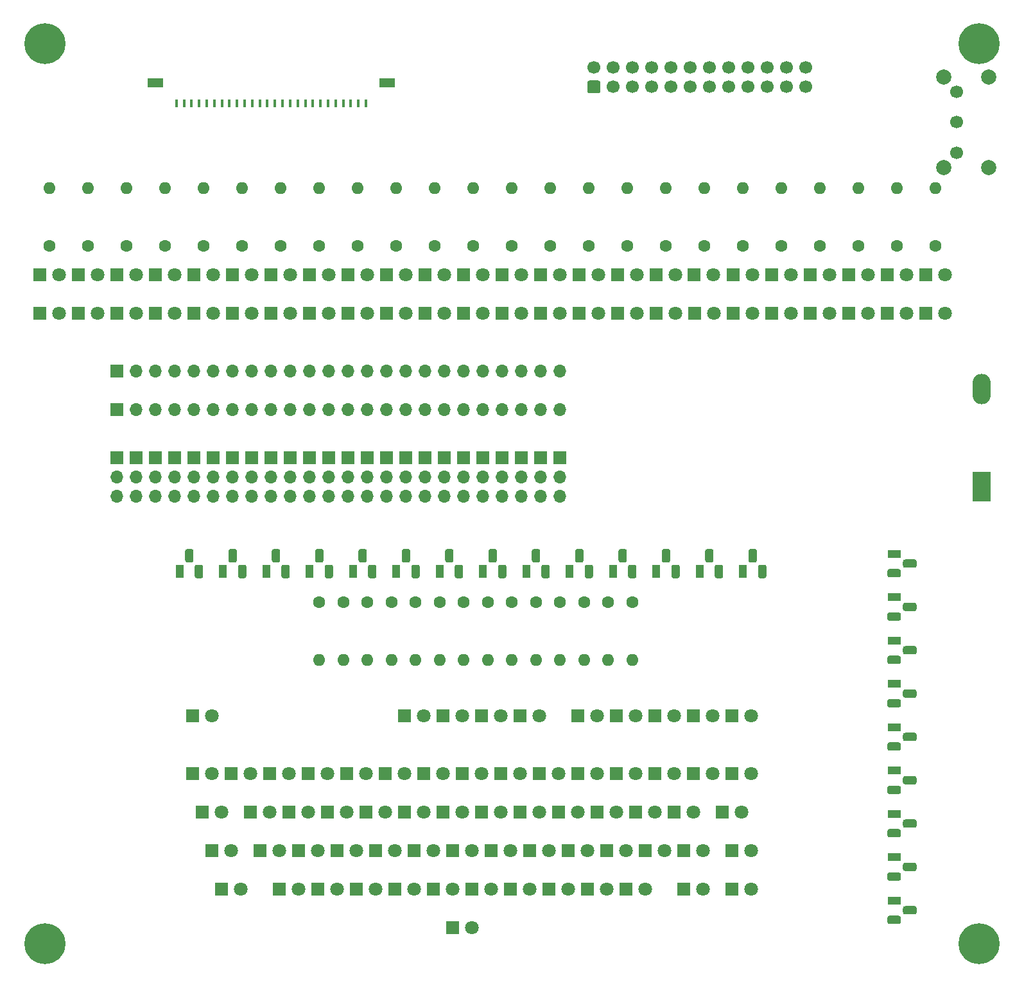
<source format=gts>
G04 #@! TF.GenerationSoftware,KiCad,Pcbnew,(5.1.10)-1*
G04 #@! TF.CreationDate,2021-11-09T17:57:51-08:00*
G04 #@! TF.ProjectId,AtariKeyboardTester,41746172-694b-4657-9962-6f6172645465,A*
G04 #@! TF.SameCoordinates,Original*
G04 #@! TF.FileFunction,Soldermask,Top*
G04 #@! TF.FilePolarity,Negative*
%FSLAX46Y46*%
G04 Gerber Fmt 4.6, Leading zero omitted, Abs format (unit mm)*
G04 Created by KiCad (PCBNEW (5.1.10)-1) date 2021-11-09 17:57:51*
%MOMM*%
%LPD*%
G01*
G04 APERTURE LIST*
%ADD10C,1.800000*%
%ADD11R,1.800000X1.800000*%
%ADD12O,2.410000X4.020000*%
%ADD13R,2.410000X4.020000*%
%ADD14C,1.700000*%
%ADD15C,2.000000*%
%ADD16O,1.700000X1.700000*%
%ADD17R,1.700000X1.700000*%
%ADD18C,1.600000*%
%ADD19O,1.600000X1.600000*%
%ADD20C,5.400000*%
%ADD21R,1.800000X1.100000*%
%ADD22R,1.100000X1.800000*%
%ADD23R,0.400000X1.000000*%
%ADD24R,2.000000X1.300000*%
G04 APERTURE END LIST*
D10*
X116674900Y-112786160D03*
D11*
X114134900Y-112786160D03*
D10*
X142240000Y-59690000D03*
D11*
X139700000Y-59690000D03*
D10*
X137160000Y-59690000D03*
D11*
X134620000Y-59690000D03*
D10*
X132080000Y-59690000D03*
D11*
X129540000Y-59690000D03*
D10*
X127000000Y-59690000D03*
D11*
X124460000Y-59690000D03*
D10*
X121920000Y-59690000D03*
D11*
X119380000Y-59690000D03*
D10*
X116840000Y-59690000D03*
D11*
X114300000Y-59690000D03*
D10*
X111760000Y-59690000D03*
D11*
X109220000Y-59690000D03*
D10*
X106680000Y-59690000D03*
D11*
X104140000Y-59690000D03*
D10*
X101600000Y-59690000D03*
D11*
X99060000Y-59690000D03*
D10*
X96520000Y-59690000D03*
D11*
X93980000Y-59690000D03*
D10*
X91440000Y-59690000D03*
D11*
X88900000Y-59690000D03*
D10*
X86360000Y-59690000D03*
D11*
X83820000Y-59690000D03*
D10*
X81280000Y-59690000D03*
D11*
X78740000Y-59690000D03*
D10*
X76200000Y-59690000D03*
D11*
X73660000Y-59690000D03*
D10*
X71120000Y-59690000D03*
D11*
X68580000Y-59690000D03*
D10*
X66040000Y-59690000D03*
D11*
X63500000Y-59690000D03*
D10*
X60960000Y-59690000D03*
D11*
X58420000Y-59690000D03*
D10*
X55880000Y-59690000D03*
D11*
X53340000Y-59690000D03*
D10*
X50800000Y-59690000D03*
D11*
X48260000Y-59690000D03*
D10*
X45720000Y-59690000D03*
D11*
X43180000Y-59690000D03*
D10*
X40640000Y-59690000D03*
D11*
X38100000Y-59690000D03*
D10*
X35560000Y-59690000D03*
D11*
X33020000Y-59690000D03*
D10*
X30480000Y-59690000D03*
D11*
X27940000Y-59690000D03*
D10*
X25400000Y-59690000D03*
D11*
X22860000Y-59690000D03*
D10*
X142240000Y-54610000D03*
D11*
X139700000Y-54610000D03*
D10*
X137160000Y-54610000D03*
D11*
X134620000Y-54610000D03*
D10*
X132080000Y-54610000D03*
D11*
X129540000Y-54610000D03*
D10*
X127000000Y-54610000D03*
D11*
X124460000Y-54610000D03*
D10*
X121920000Y-54610000D03*
D11*
X119380000Y-54610000D03*
D10*
X116840000Y-54610000D03*
D11*
X114300000Y-54610000D03*
D10*
X111680000Y-54610000D03*
D11*
X109140000Y-54610000D03*
D10*
X106680000Y-54610000D03*
D11*
X104140000Y-54610000D03*
D10*
X101600000Y-54610000D03*
D11*
X99060000Y-54610000D03*
D10*
X96520000Y-54610000D03*
D11*
X93980000Y-54610000D03*
D10*
X91440000Y-54610000D03*
D11*
X88900000Y-54610000D03*
D10*
X86360000Y-54610000D03*
D11*
X83820000Y-54610000D03*
D10*
X81280000Y-54610000D03*
D11*
X78740000Y-54610000D03*
D10*
X76200000Y-54610000D03*
D11*
X73660000Y-54610000D03*
D10*
X71120000Y-54610000D03*
D11*
X68580000Y-54610000D03*
D10*
X66040000Y-54610000D03*
D11*
X63500000Y-54610000D03*
D10*
X60960000Y-54610000D03*
D11*
X58420000Y-54610000D03*
D10*
X55880000Y-54610000D03*
D11*
X53340000Y-54610000D03*
D10*
X50800000Y-54610000D03*
D11*
X48260000Y-54610000D03*
D10*
X45720000Y-54610000D03*
D11*
X43180000Y-54610000D03*
D10*
X40640000Y-54610000D03*
D11*
X38100000Y-54610000D03*
D10*
X35560000Y-54610000D03*
D11*
X33020000Y-54610000D03*
D10*
X30480000Y-54610000D03*
D11*
X27940000Y-54610000D03*
D10*
X25400000Y-54610000D03*
D11*
X22860000Y-54610000D03*
D10*
X116674900Y-120406160D03*
D11*
X114134900Y-120406160D03*
D10*
X111594900Y-112786160D03*
D11*
X109054900Y-112786160D03*
D10*
X116674900Y-135646160D03*
D11*
X114134900Y-135646160D03*
D10*
X116674900Y-130566160D03*
D11*
X114134900Y-130566160D03*
D10*
X115404900Y-125486160D03*
D11*
X112864900Y-125486160D03*
D10*
X111594900Y-120406160D03*
D11*
X109054900Y-120406160D03*
D10*
X110324900Y-130566160D03*
D11*
X107784900Y-130566160D03*
D10*
X110324900Y-135646160D03*
D11*
X107784900Y-135646160D03*
D10*
X109054900Y-125486160D03*
D11*
X106514900Y-125486160D03*
D10*
X106514900Y-112786160D03*
D11*
X103974900Y-112786160D03*
D10*
X106514900Y-120406160D03*
D11*
X103974900Y-120406160D03*
D10*
X105244900Y-130566160D03*
D11*
X102704900Y-130566160D03*
D10*
X103974900Y-125486160D03*
D11*
X101434900Y-125486160D03*
D10*
X102704900Y-135646160D03*
D11*
X100164900Y-135646160D03*
D10*
X101434900Y-120406160D03*
D11*
X98894900Y-120406160D03*
D10*
X101434900Y-112786160D03*
D11*
X98894900Y-112786160D03*
D10*
X100164900Y-130566160D03*
D11*
X97624900Y-130566160D03*
D10*
X98894900Y-125486160D03*
D11*
X96354900Y-125486160D03*
D10*
X97624900Y-135646160D03*
D11*
X95084900Y-135646160D03*
D10*
X96354900Y-120406160D03*
D11*
X93814900Y-120406160D03*
D10*
X95084900Y-130566160D03*
D11*
X92544900Y-130566160D03*
D10*
X93814900Y-125486160D03*
D11*
X91274900Y-125486160D03*
D10*
X96354900Y-112786160D03*
D11*
X93814900Y-112786160D03*
D10*
X92544900Y-135646160D03*
D11*
X90004900Y-135646160D03*
D10*
X91274900Y-120406160D03*
D11*
X88734900Y-120406160D03*
D10*
X90004900Y-130566160D03*
D11*
X87464900Y-130566160D03*
D10*
X88734900Y-125486160D03*
D11*
X86194900Y-125486160D03*
D10*
X87464900Y-135646160D03*
D11*
X84924900Y-135646160D03*
D10*
X86194900Y-120406160D03*
D11*
X83654900Y-120406160D03*
D10*
X88734900Y-112786160D03*
D11*
X86194900Y-112786160D03*
D10*
X84924900Y-130566160D03*
D11*
X82384900Y-130566160D03*
D10*
X83654900Y-125486160D03*
D11*
X81114900Y-125486160D03*
D10*
X82384900Y-135646160D03*
D11*
X79844900Y-135646160D03*
D10*
X79844900Y-140726160D03*
D11*
X77304900Y-140726160D03*
D10*
X81114900Y-120406160D03*
D11*
X78574900Y-120406160D03*
D10*
X79844900Y-130566160D03*
D11*
X77304900Y-130566160D03*
D10*
X78574900Y-125486160D03*
D11*
X76034900Y-125486160D03*
D10*
X83654900Y-112786160D03*
D11*
X81114900Y-112786160D03*
D10*
X77304900Y-135646160D03*
D11*
X74764900Y-135646160D03*
D10*
X76034900Y-120406160D03*
D11*
X73494900Y-120406160D03*
D10*
X74764900Y-130566160D03*
D11*
X72224900Y-130566160D03*
D10*
X73494900Y-125486160D03*
D11*
X70954900Y-125486160D03*
D10*
X72224900Y-135646160D03*
D11*
X69684900Y-135646160D03*
D10*
X70954900Y-120406160D03*
D11*
X68414900Y-120406160D03*
D10*
X78574900Y-112786160D03*
D11*
X76034900Y-112786160D03*
D10*
X69684900Y-130566160D03*
D11*
X67144900Y-130566160D03*
D10*
X68414900Y-125486160D03*
D11*
X65874900Y-125486160D03*
D10*
X67144900Y-135646160D03*
D11*
X64604900Y-135646160D03*
D10*
X65874900Y-120406160D03*
D11*
X63334900Y-120406160D03*
D10*
X64604900Y-130566160D03*
D11*
X62064900Y-130566160D03*
D10*
X63334900Y-125486160D03*
D11*
X60794900Y-125486160D03*
D10*
X73494900Y-112786160D03*
D11*
X70954900Y-112786160D03*
D10*
X62064900Y-135646160D03*
D11*
X59524900Y-135646160D03*
D10*
X60794900Y-120406160D03*
D11*
X58254900Y-120406160D03*
D10*
X59524900Y-130566160D03*
D11*
X56984900Y-130566160D03*
D10*
X58254900Y-125486160D03*
D11*
X55714900Y-125486160D03*
D10*
X56984900Y-135646160D03*
D11*
X54444900Y-135646160D03*
D10*
X55714900Y-120406160D03*
D11*
X53174900Y-120406160D03*
D10*
X54444900Y-130566160D03*
D11*
X51904900Y-130566160D03*
D10*
X53174900Y-125486160D03*
D11*
X50634900Y-125486160D03*
D10*
X50634900Y-120406160D03*
D11*
X48094900Y-120406160D03*
D10*
X49364900Y-135646160D03*
D11*
X46824900Y-135646160D03*
D10*
X48094900Y-130566160D03*
D11*
X45554900Y-130566160D03*
D10*
X46824900Y-125486160D03*
D11*
X44284900Y-125486160D03*
D10*
X45554900Y-120406160D03*
D11*
X43014900Y-120406160D03*
D10*
X45554900Y-112786160D03*
D11*
X43014900Y-112786160D03*
D12*
X147030000Y-69680000D03*
D13*
X147030000Y-82560000D03*
D14*
X143750000Y-30500000D03*
X143750000Y-34500000D03*
X143750000Y-38500000D03*
D15*
X148000000Y-40500000D03*
X148000000Y-28500000D03*
X142000000Y-28500000D03*
X142000000Y-40500000D03*
D16*
X33020000Y-83820000D03*
X33020000Y-81280000D03*
D17*
X33020000Y-78740000D03*
D16*
X35560000Y-83820000D03*
X35560000Y-81280000D03*
D17*
X35560000Y-78740000D03*
D16*
X38100000Y-83820000D03*
X38100000Y-81280000D03*
D17*
X38100000Y-78740000D03*
D16*
X40640000Y-83820000D03*
X40640000Y-81280000D03*
D17*
X40640000Y-78740000D03*
D16*
X43180000Y-83790000D03*
X43180000Y-81250000D03*
D17*
X43180000Y-78710000D03*
D16*
X45720000Y-83850000D03*
X45720000Y-81310000D03*
D17*
X45720000Y-78770000D03*
D16*
X48260000Y-83850000D03*
X48260000Y-81310000D03*
D17*
X48260000Y-78770000D03*
D16*
X50800000Y-83820000D03*
X50800000Y-81280000D03*
D17*
X50800000Y-78740000D03*
D16*
X53340000Y-83820000D03*
X53340000Y-81280000D03*
D17*
X53340000Y-78740000D03*
D16*
X55880000Y-83820000D03*
X55880000Y-81280000D03*
D17*
X55880000Y-78740000D03*
D16*
X58420000Y-83820000D03*
X58420000Y-81280000D03*
D17*
X58420000Y-78740000D03*
D16*
X60960000Y-83820000D03*
X60960000Y-81280000D03*
D17*
X60960000Y-78740000D03*
D16*
X63500000Y-83820000D03*
X63500000Y-81280000D03*
D17*
X63500000Y-78740000D03*
D16*
X66040000Y-83820000D03*
X66040000Y-81280000D03*
D17*
X66040000Y-78740000D03*
D16*
X68580000Y-83820000D03*
X68580000Y-81280000D03*
D17*
X68580000Y-78740000D03*
D16*
X71120000Y-83820000D03*
X71120000Y-81280000D03*
D17*
X71120000Y-78740000D03*
D16*
X73660000Y-83820000D03*
X73660000Y-81280000D03*
D17*
X73660000Y-78740000D03*
D16*
X76200000Y-83820000D03*
X76200000Y-81280000D03*
D17*
X76200000Y-78740000D03*
D16*
X78740000Y-83820000D03*
X78740000Y-81280000D03*
D17*
X78740000Y-78740000D03*
D16*
X81280000Y-83820000D03*
X81280000Y-81280000D03*
D17*
X81280000Y-78740000D03*
D16*
X83820000Y-83820000D03*
X83820000Y-81280000D03*
D17*
X83820000Y-78740000D03*
D16*
X86360000Y-83820000D03*
X86360000Y-81280000D03*
D17*
X86360000Y-78740000D03*
D16*
X88900000Y-83820000D03*
X88900000Y-81280000D03*
D17*
X88900000Y-78740000D03*
D16*
X91440000Y-83820000D03*
X91440000Y-81280000D03*
D17*
X91440000Y-78740000D03*
D18*
X24130000Y-50800000D03*
D19*
X24130000Y-43180000D03*
D18*
X29210000Y-50800000D03*
D19*
X29210000Y-43180000D03*
D18*
X34290000Y-50800000D03*
D19*
X34290000Y-43180000D03*
D18*
X39370000Y-50800000D03*
D19*
X39370000Y-43180000D03*
D18*
X44450000Y-50800000D03*
D19*
X44450000Y-43180000D03*
D18*
X49530000Y-50800000D03*
D19*
X49530000Y-43180000D03*
D18*
X54610000Y-50800000D03*
D19*
X54610000Y-43180000D03*
D18*
X59690000Y-50800000D03*
D19*
X59690000Y-43180000D03*
D18*
X64770000Y-50800000D03*
D19*
X64770000Y-43180000D03*
D18*
X69850000Y-50800000D03*
D19*
X69850000Y-43180000D03*
D18*
X74930000Y-50800000D03*
D19*
X74930000Y-43180000D03*
D18*
X80010000Y-50800000D03*
D19*
X80010000Y-43180000D03*
D18*
X85090000Y-50800000D03*
D19*
X85090000Y-43180000D03*
D18*
X90170000Y-50800000D03*
D19*
X90170000Y-43180000D03*
D18*
X95250000Y-50800000D03*
D19*
X95250000Y-43180000D03*
D18*
X100330000Y-50800000D03*
D19*
X100330000Y-43180000D03*
D18*
X105410000Y-50800000D03*
D19*
X105410000Y-43180000D03*
D18*
X110490000Y-50800000D03*
D19*
X110490000Y-43180000D03*
D18*
X115570000Y-50800000D03*
D19*
X115570000Y-43180000D03*
D18*
X120650000Y-50800000D03*
D19*
X120650000Y-43180000D03*
D18*
X125730000Y-50800000D03*
D19*
X125730000Y-43180000D03*
D18*
X130810000Y-50800000D03*
D19*
X130810000Y-43180000D03*
D18*
X135890000Y-50800000D03*
D19*
X135890000Y-43180000D03*
D18*
X140970000Y-50800000D03*
D19*
X140970000Y-43180000D03*
D18*
X59690000Y-97790000D03*
D19*
X59690000Y-105410000D03*
D18*
X62865000Y-97790000D03*
D19*
X62865000Y-105410000D03*
D18*
X66040000Y-97790000D03*
D19*
X66040000Y-105410000D03*
D18*
X69215000Y-97790000D03*
D19*
X69215000Y-105410000D03*
D18*
X72390000Y-97790000D03*
D19*
X72390000Y-105410000D03*
D18*
X75565000Y-97790000D03*
D19*
X75565000Y-105410000D03*
D18*
X78740000Y-97790000D03*
D19*
X78740000Y-105410000D03*
D18*
X81915000Y-97790000D03*
D19*
X81915000Y-105410000D03*
D18*
X85090000Y-97790000D03*
D19*
X85090000Y-105410000D03*
D18*
X88265000Y-97790000D03*
D19*
X88265000Y-105410000D03*
D18*
X91440000Y-97790000D03*
D19*
X91440000Y-105410000D03*
D18*
X94615000Y-97790000D03*
D19*
X94615000Y-105410000D03*
D18*
X97790000Y-97790000D03*
D19*
X97790000Y-105410000D03*
D18*
X100965000Y-97790000D03*
D19*
X100965000Y-105410000D03*
D20*
X146685000Y-24130000D03*
X146685000Y-142875000D03*
X23495000Y-142875000D03*
X23495000Y-24130000D03*
D21*
X135490000Y-137160000D03*
G36*
G01*
X134865000Y-139150000D02*
X136115000Y-139150000D01*
G75*
G02*
X136390000Y-139425000I0J-275000D01*
G01*
X136390000Y-139975000D01*
G75*
G02*
X136115000Y-140250000I-275000J0D01*
G01*
X134865000Y-140250000D01*
G75*
G02*
X134590000Y-139975000I0J275000D01*
G01*
X134590000Y-139425000D01*
G75*
G02*
X134865000Y-139150000I275000J0D01*
G01*
G37*
G36*
G01*
X136935000Y-137880000D02*
X138185000Y-137880000D01*
G75*
G02*
X138460000Y-138155000I0J-275000D01*
G01*
X138460000Y-138705000D01*
G75*
G02*
X138185000Y-138980000I-275000J0D01*
G01*
X136935000Y-138980000D01*
G75*
G02*
X136660000Y-138705000I0J275000D01*
G01*
X136660000Y-138155000D01*
G75*
G02*
X136935000Y-137880000I275000J0D01*
G01*
G37*
X135490000Y-131445000D03*
G36*
G01*
X134865000Y-133435000D02*
X136115000Y-133435000D01*
G75*
G02*
X136390000Y-133710000I0J-275000D01*
G01*
X136390000Y-134260000D01*
G75*
G02*
X136115000Y-134535000I-275000J0D01*
G01*
X134865000Y-134535000D01*
G75*
G02*
X134590000Y-134260000I0J275000D01*
G01*
X134590000Y-133710000D01*
G75*
G02*
X134865000Y-133435000I275000J0D01*
G01*
G37*
G36*
G01*
X136935000Y-132165000D02*
X138185000Y-132165000D01*
G75*
G02*
X138460000Y-132440000I0J-275000D01*
G01*
X138460000Y-132990000D01*
G75*
G02*
X138185000Y-133265000I-275000J0D01*
G01*
X136935000Y-133265000D01*
G75*
G02*
X136660000Y-132990000I0J275000D01*
G01*
X136660000Y-132440000D01*
G75*
G02*
X136935000Y-132165000I275000J0D01*
G01*
G37*
X135490000Y-125730000D03*
G36*
G01*
X134865000Y-127720000D02*
X136115000Y-127720000D01*
G75*
G02*
X136390000Y-127995000I0J-275000D01*
G01*
X136390000Y-128545000D01*
G75*
G02*
X136115000Y-128820000I-275000J0D01*
G01*
X134865000Y-128820000D01*
G75*
G02*
X134590000Y-128545000I0J275000D01*
G01*
X134590000Y-127995000D01*
G75*
G02*
X134865000Y-127720000I275000J0D01*
G01*
G37*
G36*
G01*
X136935000Y-126450000D02*
X138185000Y-126450000D01*
G75*
G02*
X138460000Y-126725000I0J-275000D01*
G01*
X138460000Y-127275000D01*
G75*
G02*
X138185000Y-127550000I-275000J0D01*
G01*
X136935000Y-127550000D01*
G75*
G02*
X136660000Y-127275000I0J275000D01*
G01*
X136660000Y-126725000D01*
G75*
G02*
X136935000Y-126450000I275000J0D01*
G01*
G37*
X135490000Y-120015000D03*
G36*
G01*
X134865000Y-122005000D02*
X136115000Y-122005000D01*
G75*
G02*
X136390000Y-122280000I0J-275000D01*
G01*
X136390000Y-122830000D01*
G75*
G02*
X136115000Y-123105000I-275000J0D01*
G01*
X134865000Y-123105000D01*
G75*
G02*
X134590000Y-122830000I0J275000D01*
G01*
X134590000Y-122280000D01*
G75*
G02*
X134865000Y-122005000I275000J0D01*
G01*
G37*
G36*
G01*
X136935000Y-120735000D02*
X138185000Y-120735000D01*
G75*
G02*
X138460000Y-121010000I0J-275000D01*
G01*
X138460000Y-121560000D01*
G75*
G02*
X138185000Y-121835000I-275000J0D01*
G01*
X136935000Y-121835000D01*
G75*
G02*
X136660000Y-121560000I0J275000D01*
G01*
X136660000Y-121010000D01*
G75*
G02*
X136935000Y-120735000I275000J0D01*
G01*
G37*
X135490000Y-114300000D03*
G36*
G01*
X134865000Y-116290000D02*
X136115000Y-116290000D01*
G75*
G02*
X136390000Y-116565000I0J-275000D01*
G01*
X136390000Y-117115000D01*
G75*
G02*
X136115000Y-117390000I-275000J0D01*
G01*
X134865000Y-117390000D01*
G75*
G02*
X134590000Y-117115000I0J275000D01*
G01*
X134590000Y-116565000D01*
G75*
G02*
X134865000Y-116290000I275000J0D01*
G01*
G37*
G36*
G01*
X136935000Y-115020000D02*
X138185000Y-115020000D01*
G75*
G02*
X138460000Y-115295000I0J-275000D01*
G01*
X138460000Y-115845000D01*
G75*
G02*
X138185000Y-116120000I-275000J0D01*
G01*
X136935000Y-116120000D01*
G75*
G02*
X136660000Y-115845000I0J275000D01*
G01*
X136660000Y-115295000D01*
G75*
G02*
X136935000Y-115020000I275000J0D01*
G01*
G37*
X135490000Y-108585000D03*
G36*
G01*
X134865000Y-110575000D02*
X136115000Y-110575000D01*
G75*
G02*
X136390000Y-110850000I0J-275000D01*
G01*
X136390000Y-111400000D01*
G75*
G02*
X136115000Y-111675000I-275000J0D01*
G01*
X134865000Y-111675000D01*
G75*
G02*
X134590000Y-111400000I0J275000D01*
G01*
X134590000Y-110850000D01*
G75*
G02*
X134865000Y-110575000I275000J0D01*
G01*
G37*
G36*
G01*
X136935000Y-109305000D02*
X138185000Y-109305000D01*
G75*
G02*
X138460000Y-109580000I0J-275000D01*
G01*
X138460000Y-110130000D01*
G75*
G02*
X138185000Y-110405000I-275000J0D01*
G01*
X136935000Y-110405000D01*
G75*
G02*
X136660000Y-110130000I0J275000D01*
G01*
X136660000Y-109580000D01*
G75*
G02*
X136935000Y-109305000I275000J0D01*
G01*
G37*
X135490000Y-102870000D03*
G36*
G01*
X134865000Y-104860000D02*
X136115000Y-104860000D01*
G75*
G02*
X136390000Y-105135000I0J-275000D01*
G01*
X136390000Y-105685000D01*
G75*
G02*
X136115000Y-105960000I-275000J0D01*
G01*
X134865000Y-105960000D01*
G75*
G02*
X134590000Y-105685000I0J275000D01*
G01*
X134590000Y-105135000D01*
G75*
G02*
X134865000Y-104860000I275000J0D01*
G01*
G37*
G36*
G01*
X136935000Y-103590000D02*
X138185000Y-103590000D01*
G75*
G02*
X138460000Y-103865000I0J-275000D01*
G01*
X138460000Y-104415000D01*
G75*
G02*
X138185000Y-104690000I-275000J0D01*
G01*
X136935000Y-104690000D01*
G75*
G02*
X136660000Y-104415000I0J275000D01*
G01*
X136660000Y-103865000D01*
G75*
G02*
X136935000Y-103590000I275000J0D01*
G01*
G37*
X135490000Y-97155000D03*
G36*
G01*
X134865000Y-99145000D02*
X136115000Y-99145000D01*
G75*
G02*
X136390000Y-99420000I0J-275000D01*
G01*
X136390000Y-99970000D01*
G75*
G02*
X136115000Y-100245000I-275000J0D01*
G01*
X134865000Y-100245000D01*
G75*
G02*
X134590000Y-99970000I0J275000D01*
G01*
X134590000Y-99420000D01*
G75*
G02*
X134865000Y-99145000I275000J0D01*
G01*
G37*
G36*
G01*
X136935000Y-97875000D02*
X138185000Y-97875000D01*
G75*
G02*
X138460000Y-98150000I0J-275000D01*
G01*
X138460000Y-98700000D01*
G75*
G02*
X138185000Y-98975000I-275000J0D01*
G01*
X136935000Y-98975000D01*
G75*
G02*
X136660000Y-98700000I0J275000D01*
G01*
X136660000Y-98150000D01*
G75*
G02*
X136935000Y-97875000I275000J0D01*
G01*
G37*
X135490000Y-91440000D03*
G36*
G01*
X134865000Y-93430000D02*
X136115000Y-93430000D01*
G75*
G02*
X136390000Y-93705000I0J-275000D01*
G01*
X136390000Y-94255000D01*
G75*
G02*
X136115000Y-94530000I-275000J0D01*
G01*
X134865000Y-94530000D01*
G75*
G02*
X134590000Y-94255000I0J275000D01*
G01*
X134590000Y-93705000D01*
G75*
G02*
X134865000Y-93430000I275000J0D01*
G01*
G37*
G36*
G01*
X136935000Y-92160000D02*
X138185000Y-92160000D01*
G75*
G02*
X138460000Y-92435000I0J-275000D01*
G01*
X138460000Y-92985000D01*
G75*
G02*
X138185000Y-93260000I-275000J0D01*
G01*
X136935000Y-93260000D01*
G75*
G02*
X136660000Y-92985000I0J275000D01*
G01*
X136660000Y-92435000D01*
G75*
G02*
X136935000Y-92160000I275000J0D01*
G01*
G37*
D22*
X115570000Y-93745000D03*
G36*
G01*
X117560000Y-94370000D02*
X117560000Y-93120000D01*
G75*
G02*
X117835000Y-92845000I275000J0D01*
G01*
X118385000Y-92845000D01*
G75*
G02*
X118660000Y-93120000I0J-275000D01*
G01*
X118660000Y-94370000D01*
G75*
G02*
X118385000Y-94645000I-275000J0D01*
G01*
X117835000Y-94645000D01*
G75*
G02*
X117560000Y-94370000I0J275000D01*
G01*
G37*
G36*
G01*
X116290000Y-92300000D02*
X116290000Y-91050000D01*
G75*
G02*
X116565000Y-90775000I275000J0D01*
G01*
X117115000Y-90775000D01*
G75*
G02*
X117390000Y-91050000I0J-275000D01*
G01*
X117390000Y-92300000D01*
G75*
G02*
X117115000Y-92575000I-275000J0D01*
G01*
X116565000Y-92575000D01*
G75*
G02*
X116290000Y-92300000I0J275000D01*
G01*
G37*
X109855000Y-93745000D03*
G36*
G01*
X111845000Y-94370000D02*
X111845000Y-93120000D01*
G75*
G02*
X112120000Y-92845000I275000J0D01*
G01*
X112670000Y-92845000D01*
G75*
G02*
X112945000Y-93120000I0J-275000D01*
G01*
X112945000Y-94370000D01*
G75*
G02*
X112670000Y-94645000I-275000J0D01*
G01*
X112120000Y-94645000D01*
G75*
G02*
X111845000Y-94370000I0J275000D01*
G01*
G37*
G36*
G01*
X110575000Y-92300000D02*
X110575000Y-91050000D01*
G75*
G02*
X110850000Y-90775000I275000J0D01*
G01*
X111400000Y-90775000D01*
G75*
G02*
X111675000Y-91050000I0J-275000D01*
G01*
X111675000Y-92300000D01*
G75*
G02*
X111400000Y-92575000I-275000J0D01*
G01*
X110850000Y-92575000D01*
G75*
G02*
X110575000Y-92300000I0J275000D01*
G01*
G37*
X104140000Y-93745000D03*
G36*
G01*
X106130000Y-94370000D02*
X106130000Y-93120000D01*
G75*
G02*
X106405000Y-92845000I275000J0D01*
G01*
X106955000Y-92845000D01*
G75*
G02*
X107230000Y-93120000I0J-275000D01*
G01*
X107230000Y-94370000D01*
G75*
G02*
X106955000Y-94645000I-275000J0D01*
G01*
X106405000Y-94645000D01*
G75*
G02*
X106130000Y-94370000I0J275000D01*
G01*
G37*
G36*
G01*
X104860000Y-92300000D02*
X104860000Y-91050000D01*
G75*
G02*
X105135000Y-90775000I275000J0D01*
G01*
X105685000Y-90775000D01*
G75*
G02*
X105960000Y-91050000I0J-275000D01*
G01*
X105960000Y-92300000D01*
G75*
G02*
X105685000Y-92575000I-275000J0D01*
G01*
X105135000Y-92575000D01*
G75*
G02*
X104860000Y-92300000I0J275000D01*
G01*
G37*
X98425000Y-93745000D03*
G36*
G01*
X100415000Y-94370000D02*
X100415000Y-93120000D01*
G75*
G02*
X100690000Y-92845000I275000J0D01*
G01*
X101240000Y-92845000D01*
G75*
G02*
X101515000Y-93120000I0J-275000D01*
G01*
X101515000Y-94370000D01*
G75*
G02*
X101240000Y-94645000I-275000J0D01*
G01*
X100690000Y-94645000D01*
G75*
G02*
X100415000Y-94370000I0J275000D01*
G01*
G37*
G36*
G01*
X99145000Y-92300000D02*
X99145000Y-91050000D01*
G75*
G02*
X99420000Y-90775000I275000J0D01*
G01*
X99970000Y-90775000D01*
G75*
G02*
X100245000Y-91050000I0J-275000D01*
G01*
X100245000Y-92300000D01*
G75*
G02*
X99970000Y-92575000I-275000J0D01*
G01*
X99420000Y-92575000D01*
G75*
G02*
X99145000Y-92300000I0J275000D01*
G01*
G37*
X92710000Y-93745000D03*
G36*
G01*
X94700000Y-94370000D02*
X94700000Y-93120000D01*
G75*
G02*
X94975000Y-92845000I275000J0D01*
G01*
X95525000Y-92845000D01*
G75*
G02*
X95800000Y-93120000I0J-275000D01*
G01*
X95800000Y-94370000D01*
G75*
G02*
X95525000Y-94645000I-275000J0D01*
G01*
X94975000Y-94645000D01*
G75*
G02*
X94700000Y-94370000I0J275000D01*
G01*
G37*
G36*
G01*
X93430000Y-92300000D02*
X93430000Y-91050000D01*
G75*
G02*
X93705000Y-90775000I275000J0D01*
G01*
X94255000Y-90775000D01*
G75*
G02*
X94530000Y-91050000I0J-275000D01*
G01*
X94530000Y-92300000D01*
G75*
G02*
X94255000Y-92575000I-275000J0D01*
G01*
X93705000Y-92575000D01*
G75*
G02*
X93430000Y-92300000I0J275000D01*
G01*
G37*
X86995000Y-93745000D03*
G36*
G01*
X88985000Y-94370000D02*
X88985000Y-93120000D01*
G75*
G02*
X89260000Y-92845000I275000J0D01*
G01*
X89810000Y-92845000D01*
G75*
G02*
X90085000Y-93120000I0J-275000D01*
G01*
X90085000Y-94370000D01*
G75*
G02*
X89810000Y-94645000I-275000J0D01*
G01*
X89260000Y-94645000D01*
G75*
G02*
X88985000Y-94370000I0J275000D01*
G01*
G37*
G36*
G01*
X87715000Y-92300000D02*
X87715000Y-91050000D01*
G75*
G02*
X87990000Y-90775000I275000J0D01*
G01*
X88540000Y-90775000D01*
G75*
G02*
X88815000Y-91050000I0J-275000D01*
G01*
X88815000Y-92300000D01*
G75*
G02*
X88540000Y-92575000I-275000J0D01*
G01*
X87990000Y-92575000D01*
G75*
G02*
X87715000Y-92300000I0J275000D01*
G01*
G37*
X81280000Y-93745000D03*
G36*
G01*
X83270000Y-94370000D02*
X83270000Y-93120000D01*
G75*
G02*
X83545000Y-92845000I275000J0D01*
G01*
X84095000Y-92845000D01*
G75*
G02*
X84370000Y-93120000I0J-275000D01*
G01*
X84370000Y-94370000D01*
G75*
G02*
X84095000Y-94645000I-275000J0D01*
G01*
X83545000Y-94645000D01*
G75*
G02*
X83270000Y-94370000I0J275000D01*
G01*
G37*
G36*
G01*
X82000000Y-92300000D02*
X82000000Y-91050000D01*
G75*
G02*
X82275000Y-90775000I275000J0D01*
G01*
X82825000Y-90775000D01*
G75*
G02*
X83100000Y-91050000I0J-275000D01*
G01*
X83100000Y-92300000D01*
G75*
G02*
X82825000Y-92575000I-275000J0D01*
G01*
X82275000Y-92575000D01*
G75*
G02*
X82000000Y-92300000I0J275000D01*
G01*
G37*
X75565000Y-93745000D03*
G36*
G01*
X77555000Y-94370000D02*
X77555000Y-93120000D01*
G75*
G02*
X77830000Y-92845000I275000J0D01*
G01*
X78380000Y-92845000D01*
G75*
G02*
X78655000Y-93120000I0J-275000D01*
G01*
X78655000Y-94370000D01*
G75*
G02*
X78380000Y-94645000I-275000J0D01*
G01*
X77830000Y-94645000D01*
G75*
G02*
X77555000Y-94370000I0J275000D01*
G01*
G37*
G36*
G01*
X76285000Y-92300000D02*
X76285000Y-91050000D01*
G75*
G02*
X76560000Y-90775000I275000J0D01*
G01*
X77110000Y-90775000D01*
G75*
G02*
X77385000Y-91050000I0J-275000D01*
G01*
X77385000Y-92300000D01*
G75*
G02*
X77110000Y-92575000I-275000J0D01*
G01*
X76560000Y-92575000D01*
G75*
G02*
X76285000Y-92300000I0J275000D01*
G01*
G37*
X69850000Y-93745000D03*
G36*
G01*
X71840000Y-94370000D02*
X71840000Y-93120000D01*
G75*
G02*
X72115000Y-92845000I275000J0D01*
G01*
X72665000Y-92845000D01*
G75*
G02*
X72940000Y-93120000I0J-275000D01*
G01*
X72940000Y-94370000D01*
G75*
G02*
X72665000Y-94645000I-275000J0D01*
G01*
X72115000Y-94645000D01*
G75*
G02*
X71840000Y-94370000I0J275000D01*
G01*
G37*
G36*
G01*
X70570000Y-92300000D02*
X70570000Y-91050000D01*
G75*
G02*
X70845000Y-90775000I275000J0D01*
G01*
X71395000Y-90775000D01*
G75*
G02*
X71670000Y-91050000I0J-275000D01*
G01*
X71670000Y-92300000D01*
G75*
G02*
X71395000Y-92575000I-275000J0D01*
G01*
X70845000Y-92575000D01*
G75*
G02*
X70570000Y-92300000I0J275000D01*
G01*
G37*
X64135000Y-93745000D03*
G36*
G01*
X66125000Y-94370000D02*
X66125000Y-93120000D01*
G75*
G02*
X66400000Y-92845000I275000J0D01*
G01*
X66950000Y-92845000D01*
G75*
G02*
X67225000Y-93120000I0J-275000D01*
G01*
X67225000Y-94370000D01*
G75*
G02*
X66950000Y-94645000I-275000J0D01*
G01*
X66400000Y-94645000D01*
G75*
G02*
X66125000Y-94370000I0J275000D01*
G01*
G37*
G36*
G01*
X64855000Y-92300000D02*
X64855000Y-91050000D01*
G75*
G02*
X65130000Y-90775000I275000J0D01*
G01*
X65680000Y-90775000D01*
G75*
G02*
X65955000Y-91050000I0J-275000D01*
G01*
X65955000Y-92300000D01*
G75*
G02*
X65680000Y-92575000I-275000J0D01*
G01*
X65130000Y-92575000D01*
G75*
G02*
X64855000Y-92300000I0J275000D01*
G01*
G37*
X58420000Y-93745000D03*
G36*
G01*
X60410000Y-94370000D02*
X60410000Y-93120000D01*
G75*
G02*
X60685000Y-92845000I275000J0D01*
G01*
X61235000Y-92845000D01*
G75*
G02*
X61510000Y-93120000I0J-275000D01*
G01*
X61510000Y-94370000D01*
G75*
G02*
X61235000Y-94645000I-275000J0D01*
G01*
X60685000Y-94645000D01*
G75*
G02*
X60410000Y-94370000I0J275000D01*
G01*
G37*
G36*
G01*
X59140000Y-92300000D02*
X59140000Y-91050000D01*
G75*
G02*
X59415000Y-90775000I275000J0D01*
G01*
X59965000Y-90775000D01*
G75*
G02*
X60240000Y-91050000I0J-275000D01*
G01*
X60240000Y-92300000D01*
G75*
G02*
X59965000Y-92575000I-275000J0D01*
G01*
X59415000Y-92575000D01*
G75*
G02*
X59140000Y-92300000I0J275000D01*
G01*
G37*
X52705000Y-93745000D03*
G36*
G01*
X54695000Y-94370000D02*
X54695000Y-93120000D01*
G75*
G02*
X54970000Y-92845000I275000J0D01*
G01*
X55520000Y-92845000D01*
G75*
G02*
X55795000Y-93120000I0J-275000D01*
G01*
X55795000Y-94370000D01*
G75*
G02*
X55520000Y-94645000I-275000J0D01*
G01*
X54970000Y-94645000D01*
G75*
G02*
X54695000Y-94370000I0J275000D01*
G01*
G37*
G36*
G01*
X53425000Y-92300000D02*
X53425000Y-91050000D01*
G75*
G02*
X53700000Y-90775000I275000J0D01*
G01*
X54250000Y-90775000D01*
G75*
G02*
X54525000Y-91050000I0J-275000D01*
G01*
X54525000Y-92300000D01*
G75*
G02*
X54250000Y-92575000I-275000J0D01*
G01*
X53700000Y-92575000D01*
G75*
G02*
X53425000Y-92300000I0J275000D01*
G01*
G37*
X46990000Y-93745000D03*
G36*
G01*
X48980000Y-94370000D02*
X48980000Y-93120000D01*
G75*
G02*
X49255000Y-92845000I275000J0D01*
G01*
X49805000Y-92845000D01*
G75*
G02*
X50080000Y-93120000I0J-275000D01*
G01*
X50080000Y-94370000D01*
G75*
G02*
X49805000Y-94645000I-275000J0D01*
G01*
X49255000Y-94645000D01*
G75*
G02*
X48980000Y-94370000I0J275000D01*
G01*
G37*
G36*
G01*
X47710000Y-92300000D02*
X47710000Y-91050000D01*
G75*
G02*
X47985000Y-90775000I275000J0D01*
G01*
X48535000Y-90775000D01*
G75*
G02*
X48810000Y-91050000I0J-275000D01*
G01*
X48810000Y-92300000D01*
G75*
G02*
X48535000Y-92575000I-275000J0D01*
G01*
X47985000Y-92575000D01*
G75*
G02*
X47710000Y-92300000I0J275000D01*
G01*
G37*
X41275000Y-93745000D03*
G36*
G01*
X43265000Y-94370000D02*
X43265000Y-93120000D01*
G75*
G02*
X43540000Y-92845000I275000J0D01*
G01*
X44090000Y-92845000D01*
G75*
G02*
X44365000Y-93120000I0J-275000D01*
G01*
X44365000Y-94370000D01*
G75*
G02*
X44090000Y-94645000I-275000J0D01*
G01*
X43540000Y-94645000D01*
G75*
G02*
X43265000Y-94370000I0J275000D01*
G01*
G37*
G36*
G01*
X41995000Y-92300000D02*
X41995000Y-91050000D01*
G75*
G02*
X42270000Y-90775000I275000J0D01*
G01*
X42820000Y-90775000D01*
G75*
G02*
X43095000Y-91050000I0J-275000D01*
G01*
X43095000Y-92300000D01*
G75*
G02*
X42820000Y-92575000I-275000J0D01*
G01*
X42270000Y-92575000D01*
G75*
G02*
X41995000Y-92300000I0J275000D01*
G01*
G37*
D16*
X91440000Y-72390000D03*
X88900000Y-72390000D03*
X86360000Y-72390000D03*
X83820000Y-72390000D03*
X81280000Y-72390000D03*
X78740000Y-72390000D03*
X76200000Y-72390000D03*
X73660000Y-72390000D03*
X71120000Y-72390000D03*
X68580000Y-72390000D03*
X66040000Y-72390000D03*
X63500000Y-72390000D03*
X60960000Y-72390000D03*
X58420000Y-72390000D03*
X55880000Y-72390000D03*
X53340000Y-72390000D03*
X50800000Y-72390000D03*
X48260000Y-72390000D03*
X45720000Y-72390000D03*
X43180000Y-72390000D03*
X40640000Y-72390000D03*
X38100000Y-72390000D03*
X35560000Y-72390000D03*
D17*
X33020000Y-72390000D03*
D23*
X40840000Y-32025000D03*
X41840000Y-32025000D03*
X42840000Y-32025000D03*
X43840000Y-32025000D03*
X44840000Y-32025000D03*
X45840000Y-32025000D03*
X46840000Y-32025000D03*
X47840000Y-32025000D03*
X48840000Y-32025000D03*
X49840000Y-32025000D03*
X50840000Y-32025000D03*
X51840000Y-32025000D03*
X52840000Y-32025000D03*
X53840000Y-32025000D03*
X54840000Y-32025000D03*
X55840000Y-32025000D03*
X56840000Y-32025000D03*
X57840000Y-32025000D03*
X58840000Y-32025000D03*
X59840000Y-32025000D03*
X60840000Y-32025000D03*
X61840000Y-32025000D03*
X62840000Y-32025000D03*
X63840000Y-32025000D03*
X64840000Y-32025000D03*
X65840000Y-32025000D03*
D24*
X38040000Y-29325000D03*
X68640000Y-29325000D03*
D14*
X123825000Y-27305000D03*
X121285000Y-27305000D03*
X118745000Y-27305000D03*
X116205000Y-27305000D03*
X113665000Y-27305000D03*
X111125000Y-27305000D03*
X108585000Y-27305000D03*
X106045000Y-27305000D03*
X103505000Y-27305000D03*
X100965000Y-27305000D03*
X98425000Y-27305000D03*
X95885000Y-27305000D03*
X123825000Y-29845000D03*
X121285000Y-29845000D03*
X118745000Y-29845000D03*
X116205000Y-29845000D03*
X113665000Y-29845000D03*
X111125000Y-29845000D03*
X108585000Y-29845000D03*
X106045000Y-29845000D03*
X103505000Y-29845000D03*
X100965000Y-29845000D03*
X98425000Y-29845000D03*
G36*
G01*
X96485000Y-30695000D02*
X95285000Y-30695000D01*
G75*
G02*
X95035000Y-30445000I0J250000D01*
G01*
X95035000Y-29245000D01*
G75*
G02*
X95285000Y-28995000I250000J0D01*
G01*
X96485000Y-28995000D01*
G75*
G02*
X96735000Y-29245000I0J-250000D01*
G01*
X96735000Y-30445000D01*
G75*
G02*
X96485000Y-30695000I-250000J0D01*
G01*
G37*
D16*
X91440000Y-67310000D03*
X88900000Y-67310000D03*
X86360000Y-67310000D03*
X83820000Y-67310000D03*
X81280000Y-67310000D03*
X78740000Y-67310000D03*
X76200000Y-67310000D03*
X73660000Y-67310000D03*
X71120000Y-67310000D03*
X68580000Y-67310000D03*
X66040000Y-67310000D03*
X63500000Y-67310000D03*
X60960000Y-67310000D03*
X58420000Y-67310000D03*
X55880000Y-67310000D03*
X53340000Y-67310000D03*
X50800000Y-67310000D03*
X48260000Y-67310000D03*
X45720000Y-67310000D03*
X43180000Y-67310000D03*
X40640000Y-67310000D03*
X38100000Y-67310000D03*
X35560000Y-67310000D03*
D17*
X33020000Y-67310000D03*
M02*

</source>
